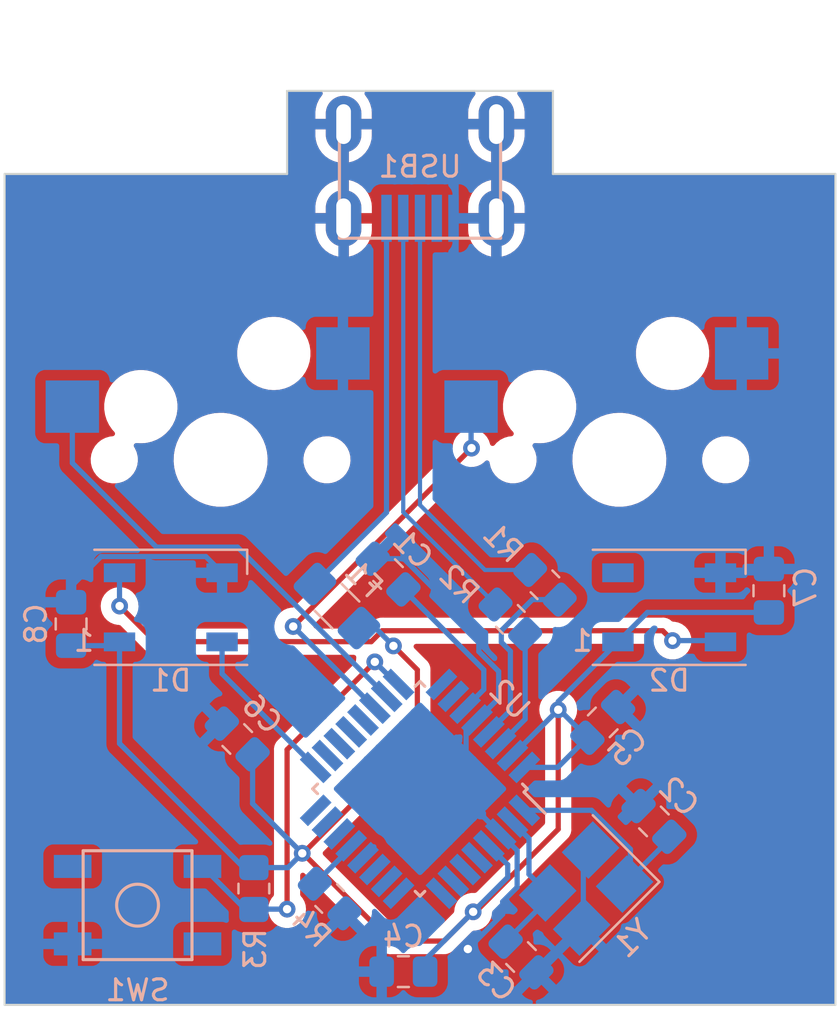
<source format=kicad_pcb>
(kicad_pcb (version 20221018) (generator pcbnew)
  (layers (0 "F.Cu" signal) (31 "B.Cu" signal) (34 "B.Paste" user) (35 "F.Paste" user) (36 "B.SilkS" user "B.Silkscreen") (37 "F.SilkS" user "F.Silkscreen") (38 "B.Mask" user) (39 "F.Mask" user) (44 "Edge.Cuts" user))
  (net 0 "")
  (net 1 "Net-(U2-UCAP)")
  (net 2 "GND")
  (net 3 "XTAL1")
  (net 4 "XTAL2")
  (net 5 "+5V")
  (net 6 "Net-(D1-DOUT)")
  (net 7 "LED")
  (net 9 "VCC")
  (net 10 "COL0")
  (net 11 "COL1")
  (net 12 "D+")
  (net 13 "Net-(U2-D+)")
  (net 14 "D-")
  (net 15 "Net-(U2-D-)")
  (net 16 "Net-(U2-PC1{slash}~{RESET})")
  (net 17 "Net-(U2-~{HWB}{slash}PD7)")
  (net 25 "unconnected-(U2-PD6-Pad12)")
  (footprint "MX_Only:MXOnly-1U-Hotswap" (layer "F.Cu") (at 120.65 72.39)
    (fp_text reference "MX1")
    (fp_text value "MX-NoLED")
    (pad "" np_thru_hole circle (at -5.08 0 48.0996) (size 1.75 1.75) (drill 1.75) (layers "*.Cu" "*.Mask"))
    (pad "" np_thru_hole circle (at -3.81 -2.54) (size 3 3) (drill 3) (layers "*.Cu" "*.Mask"))
    (pad "" np_thru_hole circle (at 0 0) (size 3.9878 3.9878) (drill 3.9878) (layers "*.Cu" "*.Mask"))
    (pad "" np_thru_hole circle (at 2.54 -5.08) (size 3 3) (drill 3) (layers "*.Cu" "*.Mask"))
    (pad "" np_thru_hole circle (at 5.08 0 48.0996) (size 1.75 1.75) (drill 1.75) (layers "*.Cu" "*.Mask"))
    (pad "1" smd rect (at -7.085 -2.54) (size 2.55 2.5) (layers "B.Cu" "B.Paste" "B.Mask") (net 10 "COL0"))
    (pad "2" smd rect (at 5.842 -5.08) (size 2.55 2.5) (layers "B.Cu" "B.Paste" "B.Mask") (net 2 "GND"))
  )
  (footprint "MX_Only:MXOnly-1U-Hotswap" (layer "F.Cu") (at 139.7 72.39)
    (fp_text reference "MX2")
    (fp_text value "MX-NoLED")
    (pad "" np_thru_hole circle (at -5.08 0 48.0996) (size 1.75 1.75) (drill 1.75) (layers "*.Cu" "*.Mask"))
    (pad "" np_thru_hole circle (at -3.81 -2.54) (size 3 3) (drill 3) (layers "*.Cu" "*.Mask"))
    (pad "" np_thru_hole circle (at 0 0) (size 3.9878 3.9878) (drill 3.9878) (layers "*.Cu" "*.Mask"))
    (pad "" np_thru_hole circle (at 2.54 -5.08) (size 3 3) (drill 3) (layers "*.Cu" "*.Mask"))
    (pad "" np_thru_hole circle (at 5.08 0 48.0996) (size 1.75 1.75) (drill 1.75) (layers "*.Cu" "*.Mask"))
    (pad "1" smd rect (at -7.085 -2.54) (size 2.55 2.5) (layers "B.Cu" "B.Paste" "B.Mask") (net 11 "COL1"))
    (pad "2" smd rect (at 5.842 -5.08) (size 2.55 2.5) (layers "B.Cu" "B.Paste" "B.Mask") (net 2 "GND"))
  )
  (footprint "LED_SMD:LED_WS2812B_PLCC4_5.0x5.0mm_P3.2mm" (layer "B.Cu") (at 118.26875 79.4375)
    (fp_text reference "D1" (at 0 3.5) (layer "B.SilkS") (effects (justify mirror)))
    (fp_text value "WS2812B")
    (fp_text user "1" (at -4.15 1.6) (layer "B.SilkS") (effects (justify mirror)))
    (fp_line (start -3.65 -2.75) (end 3.65 -2.75) (stroke (width 0.12)) (layer "B.SilkS"))
    (fp_line (start -3.65 2.75) (end 3.65 2.75) (stroke (width 0.12)) (layer "B.SilkS"))
    (fp_line (start 3.65 -2.75) (end 3.65 -1.6) (stroke (width 0.12)) (layer "B.SilkS"))
    (pad "1" smd rect (at -2.45 1.65) (size 1.5 0.9) (layers "B.Cu" "B.Paste" "B.Mask") (net 5 "+5V"))
    (pad "2" smd rect (at -2.45 -1.65) (size 1.5 0.9) (layers "B.Cu" "B.Paste" "B.Mask") (net 6 "Net-(D1-DOUT)"))
    (pad "3" smd rect (at 2.45 -1.65) (size 1.5 0.9) (layers "B.Cu" "B.Paste" "B.Mask") (net 2 "GND"))
    (pad "4" smd rect (at 2.45 1.65) (size 1.5 0.9) (layers "B.Cu" "B.Paste" "B.Mask") (net 7 "LED"))
  )
  (footprint "Capacitor_SMD:C_0805_2012Metric_Pad1.18x1.45mm_HandSolder" (layer "B.Cu") (at 129.38125 96.8375 180)
    (fp_text reference "C4" (at 0 1.68) (layer "B.SilkS") (effects (justify mirror)))
    (fp_text value "0.1uF")
    (fp_line (start -0.261252 -0.735) (end 0.261252 -0.735) (stroke (width 0.12)) (layer "B.SilkS"))
    (fp_line (start -0.261252 0.735) (end 0.261252 0.735) (stroke (width 0.12)) (layer "B.SilkS"))
    (pad "1" smd roundrect (at -1.0375 0 180) (size 1.175 1.45) (layers "B.Cu" "B.Paste" "B.Mask") (roundrect_rratio 0.2127659574) (net 5 "+5V"))
    (pad "2" smd roundrect (at 1.0375 0 180) (size 1.175 1.45) (layers "B.Cu" "B.Paste" "B.Mask") (roundrect_rratio 0.2127659574) (net 2 "GND"))
  )
  (footprint "Resistor_SMD:R_0805_2012Metric_Pad1.20x1.40mm_HandSolder" (layer "B.Cu") (at 125.857 93.345 -45)
    (fp_text reference "R4" (at 0.35921 1.616446 135) (layer "B.SilkS") (effects (justify mirror)))
    (fp_text value "10k")
    (fp_line (start -0.227064 -0.735) (end 0.227064 -0.735) (stroke (width 0.12)) (layer "B.SilkS"))
    (fp_line (start -0.227064 0.735) (end 0.227064 0.735) (stroke (width 0.12)) (layer "B.SilkS"))
    (pad "1" smd roundrect (at -1 0 315) (size 1.2 1.4) (layers "B.Cu" "B.Paste" "B.Mask") (roundrect_rratio 0.2083333333) (net 17 "Net-(U2-~{HWB}{slash}PD7)"))
    (pad "2" smd roundrect (at 1 0 315) (size 1.2 1.4) (layers "B.Cu" "B.Paste" "B.Mask") (roundrect_rratio 0.2083333333) (net 2 "GND"))
  )
  (footprint "Resistor_SMD:R_0805_2012Metric_Pad1.20x1.40mm_HandSolder" (layer "B.Cu") (at 134.493 80.01 -45)
    (fp_text reference "R2" (at -2.918583 0.538815 135) (layer "B.SilkS") (effects (justify mirror)))
    (fp_text value "22")
    (fp_line (start -0.227064 -0.735) (end 0.227064 -0.735) (stroke (width 0.12)) (layer "B.SilkS"))
    (fp_line (start -0.227064 0.735) (end 0.227064 0.735) (stroke (width 0.12)) (layer "B.SilkS"))
    (pad "1" smd roundrect (at -1 0 315) (size 1.2 1.4) (layers "B.Cu" "B.Paste" "B.Mask") (roundrect_rratio 0.2083333333) (net 14 "D-"))
    (pad "2" smd roundrect (at 1 0 315) (size 1.2 1.4) (layers "B.Cu" "B.Paste" "B.Mask") (roundrect_rratio 0.2083333333) (net 15 "Net-(U2-D-)"))
  )
  (footprint "Capacitor_SMD:C_0805_2012Metric_Pad1.18x1.45mm_HandSolder" (layer "B.Cu") (at 138.90625 84.93125 45)
    (fp_text reference "C5" (at 0 1.68 45) (layer "B.SilkS") (effects (justify mirror)))
    (fp_text value "0.1uF")
    (fp_line (start -0.261252 -0.735) (end 0.261252 -0.735) (stroke (width 0.12)) (layer "B.SilkS"))
    (fp_line (start -0.261252 0.735) (end 0.261252 0.735) (stroke (width 0.12)) (layer "B.SilkS"))
    (pad "1" smd roundrect (at -1.0375 0 45) (size 1.175 1.45) (layers "B.Cu" "B.Paste" "B.Mask") (roundrect_rratio 0.2127659574) (net 5 "+5V"))
    (pad "2" smd roundrect (at 1.0375 0 45) (size 1.175 1.45) (layers "B.Cu" "B.Paste" "B.Mask") (roundrect_rratio 0.2127659574) (net 2 "GND"))
  )
  (footprint "Fuse:Fuse_1206_3216Metric_Pad1.42x1.75mm_HandSolder" (layer "B.Cu") (at 126.20625 79.375 135)
    (fp_text reference "F1" (at 0 1.82 135) (layer "B.SilkS") (effects (justify mirror)))
    (fp_text value "500mah")
    (fp_line (start -0.602064 -0.91) (end 0.602064 -0.91) (stroke (width 0.12)) (layer "B.SilkS"))
    (fp_line (start -0.602064 0.91) (end 0.602064 0.91) (stroke (width 0.12)) (layer "B.SilkS"))
    (pad "1" smd roundrect (at -1.4875 0 135) (size 1.425 1.75) (layers "B.Cu" "B.Paste" "B.Mask") (roundrect_rratio 0.1754392982) (net 5 "+5V"))
    (pad "2" smd roundrect (at 1.4875 0 135) (size 1.425 1.75) (layers "B.Cu" "B.Paste" "B.Mask") (roundrect_rratio 0.1754392982) (net 9 "VCC"))
  )
  (footprint "Resistor_SMD:R_0805_2012Metric_Pad1.20x1.40mm_HandSolder" (layer "B.Cu") (at 136.144 78.359 -45)
    (fp_text reference "R1" (at -2.828781 0 135) (layer "B.SilkS") (effects (justify mirror)))
    (fp_text value "22")
    (fp_line (start -0.227064 -0.735) (end 0.227064 -0.735) (stroke (width 0.12)) (layer "B.SilkS"))
    (fp_line (start -0.227064 0.735) (end 0.227064 0.735) (stroke (width 0.12)) (layer "B.SilkS"))
    (pad "1" smd roundrect (at -1 0 315) (size 1.2 1.4) (layers "B.Cu" "B.Paste" "B.Mask") (roundrect_rratio 0.2083333333) (net 12 "D+"))
    (pad "2" smd roundrect (at 1 0 315) (size 1.2 1.4) (layers "B.Cu" "B.Paste" "B.Mask") (roundrect_rratio 0.2083333333) (net 13 "Net-(U2-D+)"))
  )
  (footprint "Capacitor_SMD:C_0805_2012Metric_Pad1.18x1.45mm_HandSolder" (layer "B.Cu") (at 113.50625 80.23125 -90)
    (fp_text reference "C8" (at 0 1.68 90) (layer "B.SilkS") (effects (justify mirror)))
    (fp_text value "0.1uF")
    (fp_line (start -0.261252 -0.735) (end 0.261252 -0.735) (stroke (width 0.12)) (layer "B.SilkS"))
    (fp_line (start -0.261252 0.735) (end 0.261252 0.735) (stroke (width 0.12)) (layer "B.SilkS"))
    (pad "1" smd roundrect (at -1.0375 0 270) (size 1.175 1.45) (layers "B.Cu" "B.Paste" "B.Mask") (roundrect_rratio 0.2127659574) (net 2 "GND"))
    (pad "2" smd roundrect (at 1.0375 0 270) (size 1.175 1.45) (layers "B.Cu" "B.Paste" "B.Mask") (roundrect_rratio 0.2127659574) (net 5 "+5V"))
  )
  (footprint "Capacitor_SMD:C_0805_2012Metric_Pad1.18x1.45mm_HandSolder" (layer "B.Cu") (at 141.351 89.662 135)
    (fp_text reference "C2" (at 0 1.679999 135) (layer "B.SilkS") (effects (justify mirror)))
    (fp_text value "14pF")
    (fp_line (start -0.261252 -0.735) (end 0.261252 -0.735) (stroke (width 0.12)) (layer "B.SilkS"))
    (fp_line (start -0.261252 0.735) (end 0.261252 0.735) (stroke (width 0.12)) (layer "B.SilkS"))
    (pad "1" smd roundrect (at -1.0375 0 135) (size 1.175 1.45) (layers "B.Cu" "B.Paste" "B.Mask") (roundrect_rratio 0.2127659574) (net 3 "XTAL1"))
    (pad "2" smd roundrect (at 1.0375 0 135) (size 1.175 1.45) (layers "B.Cu" "B.Paste" "B.Mask") (roundrect_rratio 0.2127659574) (net 2 "GND"))
  )
  (footprint "random-keyboard-parts:Molex-0548190589" (layer "B.Cu") (at 130.175 56.35625 -90)
    (fp_text reference "USB1" (at 2.032 0 -360) (layer "B.SilkS") (effects (justify mirror)))
    (fp_text value "Molex-0548190589")
    (fp_line (start 0 -3.85) (end 5.45 -3.85) (stroke (width 0.15)) (layer "B.SilkS"))
    (fp_line (start 0 3.85) (end 5.45 3.85) (stroke (width 0.15)) (layer "B.SilkS"))
    (fp_line (start 5.45 3.85) (end 5.45 -3.85) (stroke (width 0.15)) (layer "B.SilkS"))
    (pad "1" smd rect (at 4.5 -1.6 270) (size 2.25 0.5) (layers "B.Cu" "B.Paste" "B.Mask") (net 2 "GND"))
    (pad "2" smd rect (at 4.5 -0.8 270) (size 2.25 0.5) (layers "B.Cu" "B.Paste" "B.Mask"))
    (pad "3" smd rect (at 4.5 0 270) (size 2.25 0.5) (layers "B.Cu" "B.Paste" "B.Mask") (net 12 "D+"))
    (pad "4" smd rect (at 4.5 0.8 270) (size 2.25 0.5) (layers "B.Cu" "B.Paste" "B.Mask") (net 14 "D-"))
    (pad "5" smd rect (at 4.5 1.6 270) (size 2.25 0.5) (layers "B.Cu" "B.Paste" "B.Mask") (net 9 "VCC"))
    (pad "6" thru_hole oval (at 0 -3.65 270) (size 2.7 1.7) (drill oval 1.9 0.7) (layers "*.Cu" "*.Mask") (net 2 "GND"))
    (pad "6" thru_hole oval (at 0 3.65 270) (size 2.7 1.7) (drill oval 1.9 0.7) (layers "*.Cu" "*.Mask") (net 2 "GND"))
    (pad "6" thru_hole oval (at 4.5 -3.65 270) (size 2.7 1.7) (drill oval 1.9 0.7) (layers "*.Cu" "*.Mask") (net 2 "GND"))
    (pad "6" thru_hole oval (at 4.5 3.65 270) (size 2.7 1.7) (drill oval 1.9 0.7) (layers "*.Cu" "*.Mask") (net 2 "GND"))
  )
  (footprint "Capacitor_SMD:C_0805_2012Metric_Pad1.18x1.45mm_HandSolder" (layer "B.Cu") (at 121.44375 85.725 135)
    (fp_text reference "C6" (at 0 1.68 135) (layer "B.SilkS") (effects (justify mirror)))
    (fp_text value "10uF")
    (fp_line (start -0.261252 -0.735) (end 0.261252 -0.735) (stroke (width 0.12)) (layer "B.SilkS"))
    (fp_line (start -0.261252 0.735) (end 0.261252 0.735) (stroke (width 0.12)) (layer "B.SilkS"))
    (pad "1" smd roundrect (at -1.0375 0 135) (size 1.175 1.45) (layers "B.Cu" "B.Paste" "B.Mask") (roundrect_rratio 0.2127659574) (net 5 "+5V"))
    (pad "2" smd roundrect (at 1.0375 0 135) (size 1.175 1.45) (layers "B.Cu" "B.Paste" "B.Mask") (roundrect_rratio 0.2127659574) (net 2 "GND"))
  )
  (footprint "random-keyboard-parts:SKQGADE010" (layer "B.Cu") (at 116.68125 93.6625 180)
    (fp_text reference "SW1" (at 0 -4.064) (layer "B.SilkS") (effects (justify mirror)))
    (fp_text value "SW_Push")
    (fp_line (start -2.6 -2.6) (end -2.6 2.6) (stroke (width 0.15)) (layer "B.SilkS"))
    (fp_line (start -2.6 2.6) (end 2.6 2.6) (stroke (width 0.15)) (layer "B.SilkS"))
    (fp_line (start 2.6 -2.6) (end -2.6 -2.6) (stroke (width 0.15)) (layer "B.SilkS"))
    (fp_line (start 2.6 2.6) (end 2.6 -2.6) (stroke (width 0.15)) (layer "B.SilkS"))
    (fp_circle (center 0 0) (end 1 0) (stroke (width 0.15)) (fill none) (layer "B.SilkS"))
    (pad "1" smd rect (at 3.1 -1.85 180) (size 1.8 1.1) (layers "B.Cu" "B.Paste" "B.Mask") (net 2 "GND"))
    (pad "2" smd rect (at -3.1 1.85 180) (size 1.8 1.1) (layers "B.Cu" "B.Paste" "B.Mask") (net 16 "Net-(U2-PC1{slash}~{RESET})"))
    (pad "3" smd rect (at 3.1 1.85 180) (size 1.8 1.1) (layers "B.Cu" "B.Paste" "B.Mask"))
    (pad "4" smd rect (at -3.1 -1.85 180) (size 1.8 1.1) (layers "B.Cu" "B.Paste" "B.Mask"))
  )
  (footprint "Capacitor_SMD:C_0805_2012Metric_Pad1.18x1.45mm_HandSolder" (layer "B.Cu") (at 146.84375 78.64375 -90)
    (fp_text reference "C7" (at -0.15775 -1.74625 -270) (layer "B.SilkS") (effects (justify mirror)))
    (fp_text value "0.1uF")
    (fp_line (start -0.261252 -0.735) (end 0.261252 -0.735) (stroke (width 0.12)) (layer "B.SilkS"))
    (fp_line (start -0.261252 0.735) (end 0.261252 0.735) (stroke (width 0.12)) (layer "B.SilkS"))
    (pad "1" smd roundrect (at -1.0375 0 270) (size 1.175 1.45) (layers "B.Cu" "B.Paste" "B.Mask") (roundrect_rratio 0.2127659574) (net 2 "GND"))
    (pad "2" smd roundrect (at 1.0375 0 270) (size 1.175 1.45) (layers "B.Cu" "B.Paste" "B.Mask") (roundrect_rratio 0.2127659574) (net 5 "+5V"))
  )
  (footprint "Resistor_SMD:R_0805_2012Metric_Pad1.20x1.40mm_HandSolder" (layer "B.Cu") (at 122.2375 92.86875 -90)
    (fp_text reference "R3" (at 2.88925 -0.0635 90) (layer "B.SilkS") (effects (justify mirror)))
    (fp_text value "10k")
    (fp_line (start -0.227064 -0.735) (end 0.227064 -0.735) (stroke (width 0.12)) (layer "B.SilkS"))
    (fp_line (start -0.227064 0.735) (end 0.227064 0.735) (stroke (width 0.12)) (layer "B.SilkS"))
    (pad "1" smd roundrect (at -1 0 270) (size 1.2 1.4) (layers "B.Cu" "B.Paste" "B.Mask") (roundrect_rratio 0.2083333333) (net 5 "+5V"))
    (pad "2" smd roundrect (at 1 0 270) (size 1.2 1.4) (layers "B.Cu" "B.Paste" "B.Mask") (roundrect_rratio 0.2083333333) (net 16 "Net-(U2-PC1{slash}~{RESET})"))
  )
  (footprint "Capacitor_SMD:C_0805_2012Metric_Pad1.18x1.45mm_HandSolder" (layer "B.Cu") (at 135.001 96.139 -45)
    (fp_text reference "C3" (at 0 1.68 135) (layer "B.SilkS") (effects (justify mirror)))
    (fp_text value "14pF")
    (fp_line (start -0.261252 -0.735) (end 0.261252 -0.735) (stroke (width 0.12)) (layer "B.SilkS"))
    (fp_line (start -0.261252 0.735) (end 0.261252 0.735) (stroke (width 0.12)) (layer "B.SilkS"))
    (pad "1" smd roundrect (at -1.0375 0 315) (size 1.175 1.45) (layers "B.Cu" "B.Paste" "B.Mask") (roundrect_rratio 0.2127659574) (net 4 "XTAL2"))
    (pad "2" smd roundrect (at 1.0375 0 315) (size 1.175 1.45) (layers "B.Cu" "B.Paste" "B.Mask") (roundrect_rratio 0.2127659574) (net 2 "GND"))
  )
  (footprint "LED_SMD:LED_WS2812B_PLCC4_5.0x5.0mm_P3.2mm" (layer "B.Cu") (at 142.08125 79.4375)
    (fp_text reference "D2" (at 0 3.5) (layer "B.SilkS") (effects (justify mirror)))
    (fp_text value "WS2812B")
    (fp_text user "1" (at -4.15 1.6) (layer "B.SilkS") (effects (justify mirror)))
    (fp_line (start -3.65 -2.75) (end 3.65 -2.75) (stroke (width 0.12)) (layer "B.SilkS"))
    (fp_line (start -3.65 2.75) (end 3.65 2.75) (stroke (width 0.12)) (layer "B.SilkS"))
    (fp_line (start 3.65 -2.75) (end 3.65 -1.6) (stroke (width 0.12)) (layer "B.SilkS"))
    (pad "1" smd rect (at -2.45 1.65) (size 1.5 0.9) (layers "B.Cu" "B.Paste" "B.Mask") (net 5 "+5V"))
    (pad "2" smd rect (at -2.45 -1.65) (size 1.5 0.9) (layers "B.Cu" "B.Paste" "B.Mask"))
    (pad "3" smd rect (at 2.45 -1.65) (size 1.5 0.9) (layers "B.Cu" "B.Paste" "B.Mask") (net 2 "GND"))
    (pad "4" smd rect (at 2.45 1.65) (size 1.5 0.9) (layers "B.Cu" "B.Paste" "B.Mask") (net 6 "Net-(D1-DOUT)"))
  )
  (footprint "Package_QFP:TQFP-32_7x7mm_P0.8mm" (layer "B.Cu") (at 130.175 88.10625 135)
    (fp_text reference "U2" (at 0 6.05 135) (layer "B.SilkS") (effects (justify mirror)))
    (fp_text value "ATmega32U2-AU")
    (fp_line (start -3.625 -3.625) (end -3.625 -3.3) (stroke (width 0.15)) (layer "B.SilkS"))
    (fp_line (start -3.625 -3.625) (end -3.3 -3.625) (stroke (width 0.15)) (layer "B.SilkS"))
    (fp_line (start -3.625 3.4) (end -5.05 3.4) (stroke (width 0.15)) (layer "B.SilkS"))
    (fp_line (start -3.625 3.625) (end -3.625 3.4) (stroke (width 0.15)) (layer "B.SilkS"))
    (fp_line (start -3.625 3.625) (end -3.3 3.625) (stroke (width 0.15)) (layer "B.SilkS"))
    (fp_line (start 3.625 -3.625) (end 3.3 -3.625) (stroke (width 0.15)) (layer "B.SilkS"))
    (fp_line (start 3.625 -3.625) (end 3.625 -3.3) (stroke (width 0.15)) (layer "B.SilkS"))
    (fp_line (start 3.625 3.625) (end 3.3 3.625) (stroke (width 0.15)) (layer "B.SilkS"))
    (fp_line (start 3.625 3.625) (end 3.625 3.3) (stroke (width 0.15)) (layer "B.SilkS"))
    (pad "1" smd rect (at -4.25 2.8 135) (size 1.6 0.55) (layers "B.Cu" "B.Paste" "B.Mask") (net 3 "XTAL1"))
    (pad "2" smd rect (at -4.25 2 135) (size 1.6 0.55) (layers "B.Cu" "B.Paste" "B.Mask") (net 4 "XTAL2"))
    (pad "3" smd rect (at -4.25 1.2 135) (size 1.6 0.55) (layers "B.Cu" "B.Paste" "B.Mask") (net 2 "GND"))
    (pad "4" smd rect (at -4.25 0.4 135) (size 1.6 0.55) (layers "B.Cu" "B.Paste" "B.Mask") (net 5 "+5V"))
    (pad "5" smd rect (at -4.25 -0.4 135) (size 1.6 0.55) (layers "B.Cu" "B.Paste" "B.Mask"))
    (pad "6" smd rect (at -4.25 -1.2 135) (size 1.6 0.55) (layers "B.Cu" "B.Paste" "B.Mask"))
    (pad "7" smd rect (at -4.25 -2 135) (size 1.6 0.55) (layers "B.Cu" "B.Paste" "B.Mask"))
    (pad "8" smd rect (at -4.25 -2.8 135) (size 1.6 0.55) (layers "B.Cu" "B.Paste" "B.Mask"))
    (pad "9" smd rect (at -2.8 -4.25 45) (size 1.6 0.55) (layers "B.Cu" "B.Paste" "B.Mask"))
    (pad "10" smd rect (at -2 -4.25 45) (size 1.6 0.55) (layers "B.Cu" "B.Paste" "B.Mask"))
    (pad "11" smd rect (at -1.2 -4.25 45) (size 1.6 0.55) (layers "B.Cu" "B.Paste" "B.Mask"))
    (pad "12" smd rect (at -0.4 -4.25 45) (size 1.6 0.55) (layers "B.Cu" "B.Paste" "B.Mask") (net 25 "unconnected-(U2-PD6-Pad12)"))
    (pad "13" smd rect (at 0.4 -4.25 45) (size 1.6 0.55) (layers "B.Cu" "B.Paste" "B.Mask") (net 17 "Net-(U2-~{HWB}{slash}PD7)"))
    (pad "14" smd rect (at 1.2 -4.25 45) (size 1.6 0.55) (layers "B.Cu" "B.Paste" "B.Mask"))
    (pad "15" smd rect (at 2 -4.25 45) (size 1.6 0.55) (layers "B.Cu" "B.Paste" "B.Mask"))
    (pad "16" smd rect (at 2.8 -4.25 45) (size 1.6 0.55) (layers "B.Cu" "B.Paste" "B.Mask"))
    (pad "17" smd rect (at 4.25 -2.8 135) (size 1.6 0.55) (layers "B.Cu" "B.Paste" "B.Mask") (net 7 "LED"))
    (pad "18" smd rect (at 4.25 -2 135) (size 1.6 0.55) (layers "B.Cu" "B.Paste" "B.Mask"))
    (pad "19" smd rect (at 4.25 -1.2 135) (size 1.6 0.55) (layers "B.Cu" "B.Paste" "B.Mask"))
    (pad "20" smd rect (at 4.25 -0.4 135) (size 1.6 0.55) (layers "B.Cu" "B.Paste" "B.Mask"))
    (pad "21" smd rect (at 4.25 0.4 135) (size 1.6 0.55) (layers "B.Cu" "B.Paste" "B.Mask"))
    (pad "22" smd rect (at 4.25 1.2 135) (size 1.6 0.55) (layers "B.Cu" "B.Paste" "B.Mask") (net 11 "COL1"))
    (pad "23" smd rect (at 4.25 2 135) (size 1.6 0.55) (layers "B.Cu" "B.Paste" "B.Mask") (net 10 "COL0"))
    (pad "24" smd rect (at 4.25 2.8 135) (size 1.6 0.55) (layers "B.Cu" "B.Paste" "B.Mask") (net 16 "Net-(U2-PC1{slash}~{RESET})"))
    (pad "25" smd rect (at 2.8 4.25 45) (size 1.6 0.55) (layers "B.Cu" "B.Paste" "B.Mask"))
    (pad "26" smd rect (at 2 4.25 45) (size 1.6 0.55) (layers "B.Cu" "B.Paste" "B.Mask"))
    (pad "27" smd rect (at 1.2 4.25 45) (size 1.6 0.55) (layers "B.Cu" "B.Paste" "B.Mask") (net 1 "Net-(U2-UCAP)"))
    (pad "28" smd rect (at 0.4 4.25 45) (size 1.6 0.55) (layers "B.Cu" "B.Paste" "B.Mask") (net 2 "GND"))
    (pad "29" smd rect (at -0.4 4.25 45) (size 1.6 0.55) (layers "B.Cu" "B.Paste" "B.Mask") (net 13 "Net-(U2-D+)"))
    (pad "30" smd rect (at -1.2 4.25 45) (size 1.6 0.55) (layers "B.Cu" "B.Paste" "B.Mask") (net 15 "Net-(U2-D-)"))
    (pad "31" smd rect (at -2 4.25 45) (size 1.6 0.55) (layers "B.Cu" "B.Paste" "B.Mask") (net 5 "+5V"))
    (pad "32" smd rect (at -2.8 4.25 45) (size 1.6 0.55) (layers "B.Cu" "B.Paste" "B.Mask") (net 5 "+5V"))
  )
  (footprint "Capacitor_SMD:C_0805_2012Metric_Pad1.18x1.45mm_HandSolder" (layer "B.Cu") (at 128.647627 77.847627 135)
    (fp_text reference "C1" (at 0 1.679999 135) (layer "B.SilkS") (effects (justify mirror)))
    (fp_text value "1uF")
    (fp_line (start -0.261252 -0.735) (end 0.261252 -0.735) (stroke (width 0.12)) (layer "B.SilkS"))
    (fp_line (start -0.261252 0.735) (end 0.261252 0.735) (stroke (width 0.12)) (layer "B.SilkS"))
    (pad "1" smd roundrect (at -1.0375 0 135) (size 1.175 1.45) (layers "B.Cu" "B.Paste" "B.Mask") (roundrect_rratio 0.2127659574) (net 1 "Net-(U2-UCAP)"))
    (pad "2" smd roundrect (at 1.0375 0 135) (size 1.175 1.45) (layers "B.Cu" "B.Paste" "B.Mask") (roundrect_rratio 0.2127659574) (net 2 "GND"))
  )
  (footprint "Crystal:Crystal_SMD_3225-4Pin_3.2x2.5mm_HandSoldering" (layer "B.Cu") (at 138.1125 92.86875 -135)
    (fp_text reference "Y1" (at 0.112253 -3.255343 45) (layer "B.SilkS") (effects (justify mirror)))
    (fp_text value "16MHz")
    (fp_line (start -2.7 -2.25) (end 2.7 -2.25) (stroke (width 0.12)) (layer "B.SilkS"))
    (fp_line (start -2.7 2.25) (end -2.7 -2.25) (stroke (width 0.12)) (layer "B.SilkS"))
    (pad "1" smd rect (at -1.45 -1.15 225) (size 2.1 1.8) (layers "B.Cu" "B.Paste" "B.Mask") (net 3 "XTAL1"))
    (pad "2" smd rect (at 1.45 -1.15 225) (size 2.1 1.8) (layers "B.Cu" "B.Paste" "B.Mask") (net 2 "GND"))
    (pad "3" smd rect (at 1.45 1.15 225) (size 2.1 1.8) (layers "B.Cu" "B.Paste" "B.Mask") (net 4 "XTAL2"))
    (pad "4" smd rect (at -1.45 1.15 225) (size 2.1 1.8) (layers "B.Cu" "B.Paste" "B.Mask") (net 2 "GND"))
  )
  (gr_line (start 110.33125 58.7375) (end 110.33125 98.425) (stroke (width 0.1)) (layer "Edge.Cuts"))
  (gr_line (start 123.825 58.7375) (end 123.825 54.76875) (stroke (width 0.1)) (layer "Edge.Cuts"))
  (gr_line (start 136.525 54.76875) (end 136.525 58.7375) (stroke (width 0.1)) (layer "Edge.Cuts"))
  (gr_line (start 110.33125 58.7375) (end 123.825 58.7375) (stroke (width 0.1)) (layer "Edge.Cuts"))
  (gr_line (start 150.01875 98.425) (end 150.01875 58.7375) (stroke (width 0.1)) (layer "Edge.Cuts"))
  (gr_line (start 123.825 54.76875) (end 136.525 54.76875) (stroke (width 0.1)) (layer "Edge.Cuts"))
  (gr_line (start 136.525 58.7375) (end 150.01875 58.7375) (stroke (width 0.1)) (layer "Edge.Cuts"))
  (gr_line (start 110.33125 98.425) (end 150.01875 98.425) (stroke (width 0.1)) (layer "Edge.Cuts"))
  (segment (start 129.38125 78.58125) (end 133.223 82.423) (width 0.25) (layer "B.Cu") (net 1))
  (segment (start 133.223 83.361194) (end 132.331676 84.252518) (width 0.25) (layer "B.Cu") (net 1))
  (segment (start 133.223 82.423) (end 133.223 83.361194) (width 0.25) (layer "B.Cu") (net 1))
  (via (at 132.461 95.758) (size 0.8) (drill 0.4) (layers "F.Cu" "B.Cu") (net 2))
  (segment (start 113.50625 79.19375) (end 113.50625 78.44038) (width 0.25) (layer "B.Cu") (net 2))
  (segment (start 146.6625 77.7875) (end 146.84375 77.60625) (width 0.25) (layer "B.Cu") (net 2))
  (segment (start 137.900018 94.707228) (end 137.900368 94.707228) (width 0.25) (layer "B.Cu") (net 2))
  (segment (start 132.897361 84.818203) (end 132.377907 85.337657) (width 0.25) (layer "B.Cu") (net 2))
  (segment (start 134.816 92.806492) (end 134.12643 93.496062) (width 0.25) (layer "B.Cu") (net 2))
  (segment (start 129.39893 77.114004) (end 132.986643 80.701717) (width 0.25) (layer "B.Cu") (net 2))
  (segment (start 134.816 91.050194) (end 134.816 92.806492) (width 0.25) (layer "B.Cu") (net 2))
  (segment (start 132.377907 85.337657) (end 132.377907 88.612101) (width 0.25) (layer "B.Cu") (net 2))
  (segment (start 135.734623 96.872623) (end 137.900018 94.707228) (width 0.25) (layer "B.Cu") (net 2))
  (segment (start 132.986643 80.701717) (end 132.986643 81.550247) (width 0.25) (layer "B.Cu") (net 2))
  (segment (start 133.93377 82.497374) (end 133.93377 83.781794) (width 0.25) (layer "B.Cu") (net 2))
  (segment (start 114.93413 77.0125) (end 119.94375 77.0125) (width 0.25) (layer "B.Cu") (net 2))
  (segment (start 137.97788 94.629716) (end 137.97788 91.377024) (width 0.25) (layer "B.Cu") (net 2))
  (segment (start 113.50625 78.44038) (end 114.93413 77.0125) (width 0.25) (layer "B.Cu") (net 2))
  (segment (start 134.12643 94.09257) (end 132.461 95.758) (width 0.25) (layer "B.Cu") (net 2))
  (segment (start 137.900368 94.707228) (end 137.97788 94.629716) (width 0.25) (layer "B.Cu") (net 2))
  (segment (start 132.377907 88.612101) (end 134.028732 90.262926) (width 0.25) (layer "B.Cu") (net 2))
  (segment (start 127.914004 77.114004) (end 129.39893 77.114004) (width 0.25) (layer "B.Cu") (net 2))
  (segment (start 144.53125 77.7875) (end 146.6625 77.7875) (width 0.25) (layer "B.Cu") (net 2))
  (segment (start 134.028732 90.262926) (end 134.816 91.050194) (width 0.25) (layer "B.Cu") (net 2))
  (segment (start 137.97788 91.377024) (end 138.324632 91.030272) (width 0.25) (layer "B.Cu") (net 2))
  (segment (start 134.12643 93.496062) (end 134.12643 94.09257) (width 0.25) (layer "B.Cu") (net 2))
  (segment (start 133.93377 83.781794) (end 132.897361 84.818203) (width 0.25) (layer "B.Cu") (net 2))
  (segment (start 119.94375 77.0125) (end 120.71875 77.7875) (width 0.25) (layer "B.Cu") (net 2))
  (segment (start 132.986643 81.550247) (end 133.93377 82.497374) (width 0.25) (layer "B.Cu") (net 2))
  (segment (start 142.084623 90.522973) (end 142.084623 90.395623) (width 0.25) (layer "B.Cu") (net 3))
  (segment (start 140.227537 90.988633) (end 138.370459 89.131555) (width 0.25) (layer "B.Cu") (net 3))
  (segment (start 139.950978 92.656618) (end 140.227537 92.380059) (width 0.25) (layer "B.Cu") (net 3))
  (segment (start 138.370459 89.131555) (end 135.160103 89.131555) (width 0.25) (layer "B.Cu") (net 3))
  (segment (start 139.950978 92.656618) (end 142.084623 90.522973) (width 0.25) (layer "B.Cu") (net 3))
  (segment (start 140.227537 92.380059) (end 140.227537 90.988633) (width 0.25) (layer "B.Cu") (net 3))
  (segment (start 136.274022 93.080882) (end 135.382 92.18886) (width 0.25) (layer "B.Cu") (net 4))
  (segment (start 134.267377 95.405377) (end 136.274022 93.398732) (width 0.25) (layer "B.Cu") (net 4))
  (segment (start 135.382 90.484823) (end 134.594417 89.69724) (width 0.25) (layer "B.Cu") (net 4))
  (segment (start 136.274022 93.398732) (end 136.274022 93.080882) (width 0.25) (layer "B.Cu") (net 4))
  (segment (start 135.382 92.18886) (end 135.382 90.484823) (width 0.25) (layer "B.Cu") (net 4))
  (segment (start 130.048 85.725) (end 124.587 91.186) (width 0.25) (layer "F.Cu") (net 5))
  (segment (start 128.778 95.377) (end 131.318 95.377) (width 0.25) (layer "F.Cu") (net 5))
  (segment (start 124.587 91.186) (end 124.5495 91.186) (width 0.25) (layer "F.Cu") (net 5))
  (segment (start 130.048 85.725) (end 130.048 82.4225) (width 0.25) (layer "F.Cu") (net 5))
  (segment (start 128.905 81.2795) (end 130.048 82.4225) (width 0.25) (layer "F.Cu") (net 5))
  (segment (start 132.832695 93.98) (end 136.779 90.033695) (width 0.25) (layer "F.Cu") (net 5))
  (segment (start 136.779 90.033695) (end 136.779 84.328) (width 0.25) (layer "F.Cu") (net 5))
  (segment (start 132.715 93.98) (end 132.832695 93.98) (width 0.25) (layer "F.Cu") (net 5))
  (segment (start 124.587 91.186) (end 128.778 95.377) (width 0.25) (layer "F.Cu") (net 5))
  (segment (start 131.318 95.377) (end 132.715 93.98) (width 0.25) (layer "F.Cu") (net 5))
  (via (at 124.5495 91.186) (size 0.8) (drill 0.4) (layers "F.Cu" "B.Cu") (net 5))
  (via (at 132.715 93.98) (size 0.8) (drill 0.4) (layers "F.Cu" "B.Cu") (net 5))
  (via (at 128.905 81.2795) (size 0.8) (drill 0.4) (layers "F.Cu" "B.Cu") (net 5))
  (via (at 136.779 84.328) (size 0.8) (drill 0.4) (layers "F.Cu" "B.Cu") (net 5))
  (segment (start 115.81875 85.94038) (end 121.74712 91.86875) (width 0.25) (layer "B.Cu") (net 5))
  (segment (start 136.835754 84.328) (end 138.172627 85.664873) (width 0.25) (layer "B.Cu") (net 5))
  (segment (start 127.258071 80.426821) (end 128.052321 80.426821) (width 0.25) (layer "B.Cu") (net 5))
  (segment (start 113.50625 81.26875) (end 115.6375 81.26875) (width 0.25) (layer "B.Cu") (net 5))
  (segment (start 123.86675 91.86875) (end 124.5495 91.186) (width 0.25) (layer "B.Cu") (net 5))
  (segment (start 115.6375 81.26875) (end 115.81875 81.0875) (width 0.25) (layer "B.Cu") (net 5))
  (segment (start 134.366 91.731564) (end 133.463047 90.828611) (width 0.25) (layer "B.Cu") (net 5))
  (segment (start 130.41875 96.8375) (end 130.41875 96.27625) (width 0.25) (layer "B.Cu") (net 5))
  (segment (start 134.366 92.329) (end 134.366 91.731564) (width 0.25) (layer "B.Cu") (net 5))
  (segment (start 139.63125 81.0875) (end 141.0375 79.68125) (width 0.25) (layer "B.Cu") (net 5))
  (segment (start 115.81875 81.0875) (end 115.81875 85.94038) (width 0.25) (layer "B.Cu") (net 5))
  (segment (start 136.756555 87.080945) (end 138.172627 85.664873) (width 0.25) (layer "B.Cu") (net 5))
  (segment (start 134.594417 86.512583) (end 136.779 84.328) (width 0.25) (layer "B.Cu") (net 5))
  (segment (start 141.0375 79.68125) (end 146.84375 79.68125) (width 0.25) (layer "B.Cu") (net 5))
  (segment (start 139.63125 81.0875) (end 136.779 83.93975) (width 0.25) (layer "B.Cu") (net 5))
  (segment (start 136.779 84.328) (end 136.835754 84.328) (width 0.25) (layer "B.Cu") (net 5))
  (segment (start 122.2375 91.86875) (end 123.86675 91.86875) (width 0.25) (layer "B.Cu") (net 5))
  (segment (start 132.715 93.98) (end 134.366 92.329) (width 0.25) (layer "B.Cu") (net 5))
  (segment (start 122.177373 88.813873) (end 124.5495 91.186) (width 0.25) (layer "B.Cu") (net 5))
  (segment (start 134.594417 86.51526) (end 134.594417 86.512583) (width 0.25) (layer "B.Cu") (net 5))
  (segment (start 135.160103 87.080945) (end 136.756555 87.080945) (width 0.25) (layer "B.Cu") (net 5))
  (segment (start 113.6875 81.0875) (end 113.50625 81.26875) (width 0.25) (layer "B.Cu") (net 5))
  (segment (start 130.41875 96.27625) (end 132.715 93.98) (width 0.25) (layer "B.Cu") (net 5))
  (segment (start 122.177373 86.458623) (end 122.177373 88.813873) (width 0.25) (layer "B.Cu") (net 5))
  (segment (start 128.052321 80.426821) (end 128.905 81.2795) (width 0.25) (layer "B.Cu") (net 5))
  (segment (start 121.74712 91.86875) (end 122.2375 91.86875) (width 0.25) (layer "B.Cu") (net 5))
  (segment (start 136.779 83.93975) (end 136.779 84.328) (width 0.25) (layer "B.Cu") (net 5))
  (segment (start 115.824 79.375) (end 117.526097 81.077097) (width 0.25) (layer "F.Cu") (net 6))
  (segment (start 141.769 80.555) (end 142.24 81.026) (width 0.25) (layer "F.Cu") (net 6))
  (segment (start 127.845812 81.077097) (end 128.367909 80.555) (width 0.25) (layer "F.Cu") (net 6))
  (segment (start 117.526097 81.077097) (end 127.845812 81.077097) (width 0.25) (layer "F.Cu") (net 6))
  (segment (start 128.367909 80.555) (end 141.769 80.555) (width 0.25) (layer "F.Cu") (net 6))
  (via (at 115.824 79.375) (size 0.8) (drill 0.4) (layers "F.Cu" "B.Cu") (net 6))
  (via (at 142.24 81.026) (size 0.8) (drill 0.4) (layers "F.Cu" "B.Cu") (net 6))
  (segment (start 115.81875 77.7875) (end 115.81875 79.36975) (width 0.25) (layer "B.Cu") (net 6))
  (segment (start 142.24 81.026) (end 144.46975 81.026) (width 0.25) (layer "B.Cu") (net 6))
  (segment (start 144.46975 81.026) (end 144.53125 81.0875) (width 0.25) (layer "B.Cu") (net 6))
  (segment (start 115.81875 79.36975) (end 115.824 79.375) (width 0.25) (layer "B.Cu") (net 6))
  (segment (start 120.71875 82.609798) (end 125.189897 87.080945) (width 0.25) (layer "B.Cu") (net 7))
  (segment (start 120.71875 81.0875) (end 120.71875 82.609798) (width 0.25) (layer "B.Cu") (net 7))
  (segment (start 128.575 74.902608) (end 125.154429 78.323179) (width 0.25) (layer "B.Cu") (net 9))
  (segment (start 128.575 60.85625) (end 128.575 74.902608) (width 0.25) (layer "B.Cu") (net 9))
  (segment (start 117.5835 76.5625) (end 121.459677 76.5625) (width 0.25) (layer "B.Cu") (net 10))
  (segment (start 113.565 72.544) (end 117.5835 76.5625) (width 0.25) (layer "B.Cu") (net 10))
  (segment (start 113.565 69.85) (end 113.565 72.544) (width 0.25) (layer "B.Cu") (net 10))
  (segment (start 121.459677 76.5625) (end 128.58401 83.686833) (width 0.25) (layer "B.Cu") (net 10))
  (segment (start 132.63749 71.83251) (end 124.117903 80.352097) (width 0.25) (layer "F.Cu") (net 11))
  (via (at 132.63749 71.83251) (size 0.8) (drill 0.4) (layers "F.Cu" "B.Cu") (net 11))
  (via (at 124.117903 80.352097) (size 0.8) (drill 0.4) (layers "F.Cu" "B.Cu") (net 11))
  (segment (start 128.018324 84.252518) (end 124.117903 80.352097) (width 0.25) (layer "B.Cu") (net 11))
  (segment (start 123.952 80.186194) (end 123.952 80.137) (width 0.25) (layer "B.Cu") (net 11))
  (segment (start 132.615 71.81002) (end 132.63749 71.83251) (width 0.25) (layer "B.Cu") (net 11))
  (segment (start 132.615 69.85) (end 132.615 71.81002) (width 0.25) (layer "B.Cu") (net 11))
  (segment (start 124.117903 80.352097) (end 123.952 80.186194) (width 0.25) (layer "B.Cu") (net 11))
  (segment (start 130.175 60.85625) (end 130.175 74.549) (width 0.2) (layer "B.Cu") (net 12))
  (segment (start 133.277893 77.651893) (end 135.436893 77.651893) (width 0.2) (layer "B.Cu") (net 12))
  (segment (start 130.175 74.549) (end 133.277893 77.651893) (width 0.2) (layer "B.Cu") (net 12))
  (segment (start 134.493 81.534) (end 134.493 84.353936) (width 0.25) (layer "B.Cu") (net 13))
  (segment (start 134.493 84.353936) (end 133.463047 85.383889) (width 0.25) (layer "B.Cu") (net 13))
  (segment (start 134.059421 81.100421) (end 134.493 81.534) (width 0.25) (layer "B.Cu") (net 13))
  (segment (start 136.851107 79.066107) (end 135.542959 79.066107) (width 0.25) (layer "B.Cu") (net 13))
  (segment (start 135.542959 79.066107) (end 134.059421 80.549645) (width 0.25) (layer "B.Cu") (net 13))
  (segment (start 134.059421 80.549645) (end 134.059421 81.100421) (width 0.25) (layer "B.Cu") (net 13))
  (segment (start 129.375 74.892) (end 133.785893 79.302893) (width 0.2) (layer "B.Cu") (net 14))
  (segment (start 129.375 60.85625) (end 129.375 74.892) (width 0.2) (layer "B.Cu") (net 14))
  (segment (start 135.200107 84.778199) (end 134.028732 85.949574) (width 0.25) (layer "B.Cu") (net 15))
  (segment (start 135.200107 80.717107) (end 135.200107 84.778199) (width 0.25) (layer "B.Cu") (net 15))
  (segment (start 128.016 82.042) (end 123.825 86.233) (width 0.25) (layer "F.Cu") (net 16))
  (segment (start 123.825 86.233) (end 123.825 93.853) (width 0.25) (layer "F.Cu") (net 16))
  (via (at 123.825 93.853) (size 0.8) (drill 0.4) (layers "F.Cu" "B.Cu") (net 16))
  (via (at 128.016 82.042) (size 0.8) (drill 0.4) (layers "F.Cu" "B.Cu") (net 16))
  (segment (start 119.78125 91.8125) (end 121.8375 93.86875) (width 0.25) (layer "B.Cu") (net 16))
  (segment (start 122.25325 93.853) (end 122.2375 93.86875) (width 0.25) (layer "B.Cu") (net 16))
  (segment (start 123.825 93.853) (end 122.25325 93.853) (width 0.25) (layer "B.Cu") (net 16))
  (segment (start 129.095147 83.121147) (end 128.016 82.042) (width 0.25) (layer "B.Cu") (net 16))
  (segment (start 129.149695 83.121147) (end 129.095147 83.121147) (width 0.25) (layer "B.Cu") (net 16))
  (segment (start 121.8375 93.86875) (end 122.2375 93.86875) (width 0.25) (layer "B.Cu") (net 16))
  (segment (start 126.886953 90.900833) (end 125.149893 92.637893) (width 0.25) (layer "B.Cu") (net 17))
  (segment (start 126.886953 90.828611) (end 126.886953 90.900833) (width 0.25) (layer "B.Cu") (net 17))
  (segment (start 127.452639 91.394297) (end 127.972093 90.874843) (width 0.25) (layer "B.Cu") (net 25))
  (zone (net 2) (net_name "GND") (layers "F&B.Cu") (connect_pads (clearance 0.5)) (min_thickness 0.25) (fill yes (thermal_gap 0.5) (thermal_bridge_width 0.5))
    (polygon (pts (xy 123.571 54.483) (xy 136.779 54.483) (xy 136.779 58.42) (xy 150.241 58.42) (xy 150.241 98.679) (xy 110.109 98.679) (xy 110.109 58.42) (xy 123.571 58.42)))
  )
)
</source>
